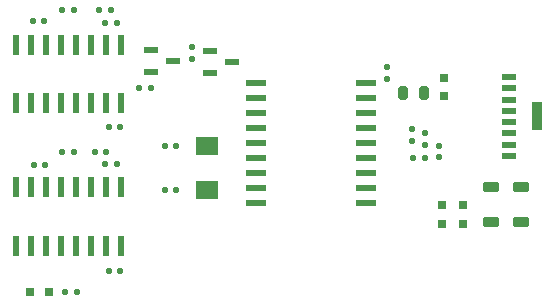
<source format=gbr>
%TF.GenerationSoftware,KiCad,Pcbnew,(6.0.4-0)*%
%TF.CreationDate,2022-03-21T10:12:57+01:00*%
%TF.ProjectId,IrDA_RS232,49724441-5f52-4533-9233-322e6b696361,rev?*%
%TF.SameCoordinates,Original*%
%TF.FileFunction,Paste,Top*%
%TF.FilePolarity,Positive*%
%FSLAX46Y46*%
G04 Gerber Fmt 4.6, Leading zero omitted, Abs format (unit mm)*
G04 Created by KiCad (PCBNEW (6.0.4-0)) date 2022-03-21 10:12:57*
%MOMM*%
%LPD*%
G01*
G04 APERTURE LIST*
G04 Aperture macros list*
%AMRoundRect*
0 Rectangle with rounded corners*
0 $1 Rounding radius*
0 $2 $3 $4 $5 $6 $7 $8 $9 X,Y pos of 4 corners*
0 Add a 4 corners polygon primitive as box body*
4,1,4,$2,$3,$4,$5,$6,$7,$8,$9,$2,$3,0*
0 Add four circle primitives for the rounded corners*
1,1,$1+$1,$2,$3*
1,1,$1+$1,$4,$5*
1,1,$1+$1,$6,$7*
1,1,$1+$1,$8,$9*
0 Add four rect primitives between the rounded corners*
20,1,$1+$1,$2,$3,$4,$5,0*
20,1,$1+$1,$4,$5,$6,$7,0*
20,1,$1+$1,$6,$7,$8,$9,0*
20,1,$1+$1,$8,$9,$2,$3,0*%
G04 Aperture macros list end*
%ADD10RoundRect,0.000000X0.820000X0.240000X-0.820000X0.240000X-0.820000X-0.240000X0.820000X-0.240000X0*%
%ADD11RoundRect,0.081000X-0.175000X0.135000X-0.175000X-0.135000X0.175000X-0.135000X0.175000X0.135000X0*%
%ADD12RoundRect,0.081000X0.135000X0.175000X-0.135000X0.175000X-0.135000X-0.175000X0.135000X-0.175000X0*%
%ADD13RoundRect,0.002500X-0.587500X-0.237500X0.587500X-0.237500X0.587500X0.237500X-0.587500X0.237500X0*%
%ADD14RoundRect,0.084000X0.140000X0.164000X-0.140000X0.164000X-0.140000X-0.164000X0.140000X-0.164000X0*%
%ADD15RoundRect,0.135000X-0.245000X0.225000X-0.245000X-0.225000X0.245000X-0.225000X0.245000X0.225000X0*%
%ADD16RoundRect,0.137500X0.562500X-0.312500X0.562500X0.312500X-0.562500X0.312500X-0.562500X-0.312500X0*%
%ADD17R,1.240000X0.480000*%
%ADD18R,0.880000X2.480000*%
%ADD19RoundRect,0.000000X-0.240000X0.780000X-0.240000X-0.780000X0.240000X-0.780000X0.240000X0.780000X0*%
%ADD20R,1.920000X1.600000*%
%ADD21RoundRect,0.084000X-0.140000X-0.164000X0.140000X-0.164000X0.140000X0.164000X-0.140000X0.164000X0*%
%ADD22RoundRect,0.131250X-0.218750X-0.248750X0.218750X-0.248750X0.218750X0.248750X-0.218750X0.248750X0*%
%ADD23RoundRect,0.084000X0.164000X-0.140000X0.164000X0.140000X-0.164000X0.140000X-0.164000X-0.140000X0*%
%ADD24RoundRect,0.084000X-0.164000X0.140000X-0.164000X-0.140000X0.164000X-0.140000X0.164000X0.140000X0*%
%ADD25RoundRect,0.147500X-0.262500X-0.412500X0.262500X-0.412500X0.262500X0.412500X-0.262500X0.412500X0*%
G04 APERTURE END LIST*
D10*
%TO.C,U3*%
X64121700Y-61518800D03*
X64121700Y-60248800D03*
X64121700Y-58978800D03*
X64121700Y-57708800D03*
X64121700Y-56438800D03*
X64121700Y-55168800D03*
X64121700Y-53898800D03*
X64121700Y-52628800D03*
X64121700Y-51358800D03*
X54821700Y-51358800D03*
X54821700Y-52628800D03*
X54821700Y-53898800D03*
X54821700Y-55168800D03*
X54821700Y-56438800D03*
X54821700Y-57708800D03*
X54821700Y-58978800D03*
X54821700Y-60248800D03*
X54821700Y-61518800D03*
%TD*%
D11*
%TO.C,R9*%
X65938400Y-49985200D03*
X65938400Y-51005200D03*
%TD*%
%TO.C,R8*%
X49377600Y-48258000D03*
X49377600Y-49278000D03*
%TD*%
D12*
%TO.C,R7*%
X45976000Y-51765200D03*
X44956000Y-51765200D03*
%TD*%
D13*
%TO.C,Q1*%
X50952400Y-48580000D03*
X50952400Y-50480000D03*
X52827400Y-49530000D03*
%TD*%
%TO.C,D2*%
X45950900Y-48529200D03*
X45950900Y-50429200D03*
X47825900Y-49479200D03*
%TD*%
D14*
%TO.C,C5*%
X39392800Y-45161200D03*
X38432800Y-45161200D03*
%TD*%
D15*
%TO.C,C16*%
X72358800Y-61671500D03*
X72358800Y-63221500D03*
%TD*%
D12*
%TO.C,R3*%
X39702200Y-69037200D03*
X38682200Y-69037200D03*
%TD*%
D14*
%TO.C,C10*%
X37005200Y-58267600D03*
X36045200Y-58267600D03*
%TD*%
D11*
%TO.C,R1*%
X69174500Y-55524400D03*
X69174500Y-56544400D03*
%TD*%
D16*
%TO.C,R4*%
X77311800Y-63085500D03*
X77311800Y-60160500D03*
%TD*%
D17*
%TO.C,U4*%
X76286500Y-57477800D03*
X76286500Y-56527800D03*
X76286500Y-55577800D03*
X76286500Y-54627800D03*
X76286500Y-53677800D03*
X76286500Y-52727800D03*
X76286500Y-51777800D03*
X76286500Y-50827800D03*
D18*
X78611500Y-54152800D03*
%TD*%
D19*
%TO.C,U1*%
X43408600Y-48071000D03*
X42138600Y-48071000D03*
X40868600Y-48071000D03*
X39598600Y-48071000D03*
X38328600Y-48071000D03*
X37058600Y-48071000D03*
X35788600Y-48071000D03*
X34518600Y-48071000D03*
X34518600Y-53021000D03*
X35788600Y-53021000D03*
X37058600Y-53021000D03*
X38328600Y-53021000D03*
X39598600Y-53021000D03*
X40868600Y-53021000D03*
X42138600Y-53021000D03*
X43408600Y-53021000D03*
%TD*%
D14*
%TO.C,C6*%
X39392800Y-57150000D03*
X38432800Y-57150000D03*
%TD*%
D20*
%TO.C,Y1*%
X50683300Y-56671600D03*
X50683300Y-60371600D03*
%TD*%
D21*
%TO.C,C7*%
X42090400Y-46228000D03*
X43050400Y-46228000D03*
%TD*%
D19*
%TO.C,U2*%
X43408600Y-60161400D03*
X42138600Y-60161400D03*
X40868600Y-60161400D03*
X39598600Y-60161400D03*
X38328600Y-60161400D03*
X37058600Y-60161400D03*
X35788600Y-60161400D03*
X34518600Y-60161400D03*
X34518600Y-65111400D03*
X35788600Y-65111400D03*
X37058600Y-65111400D03*
X38328600Y-65111400D03*
X39598600Y-65111400D03*
X40868600Y-65111400D03*
X42138600Y-65111400D03*
X43408600Y-65111400D03*
%TD*%
D14*
%TO.C,C13*%
X48087300Y-60350400D03*
X47127300Y-60350400D03*
%TD*%
%TO.C,C14*%
X48087300Y-56692800D03*
X47127300Y-56692800D03*
%TD*%
D21*
%TO.C,C4*%
X41176000Y-57150000D03*
X42136000Y-57150000D03*
%TD*%
D15*
%TO.C,C17*%
X70713600Y-50888900D03*
X70713600Y-52438900D03*
%TD*%
D22*
%TO.C,D1*%
X35737700Y-69037200D03*
X37312700Y-69037200D03*
%TD*%
D14*
%TO.C,C2*%
X43355200Y-67208400D03*
X42395200Y-67208400D03*
%TD*%
D16*
%TO.C,R5*%
X74726800Y-63085500D03*
X74726800Y-60160500D03*
%TD*%
D23*
%TO.C,C11*%
X70292100Y-57581200D03*
X70292100Y-56621200D03*
%TD*%
D21*
%TO.C,C8*%
X42090400Y-58166000D03*
X43050400Y-58166000D03*
%TD*%
%TO.C,C3*%
X41582400Y-45161200D03*
X42542400Y-45161200D03*
%TD*%
D24*
%TO.C,C12*%
X68056900Y-55247600D03*
X68056900Y-56207600D03*
%TD*%
D15*
%TO.C,C15*%
X70612000Y-61671500D03*
X70612000Y-63221500D03*
%TD*%
D12*
%TO.C,R2*%
X69176500Y-57710800D03*
X68156500Y-57710800D03*
%TD*%
D25*
%TO.C,R6*%
X67261100Y-52171900D03*
X69086100Y-52171900D03*
%TD*%
D14*
%TO.C,C9*%
X36903600Y-46075600D03*
X35943600Y-46075600D03*
%TD*%
%TO.C,C1*%
X43355200Y-55016400D03*
X42395200Y-55016400D03*
%TD*%
M02*

</source>
